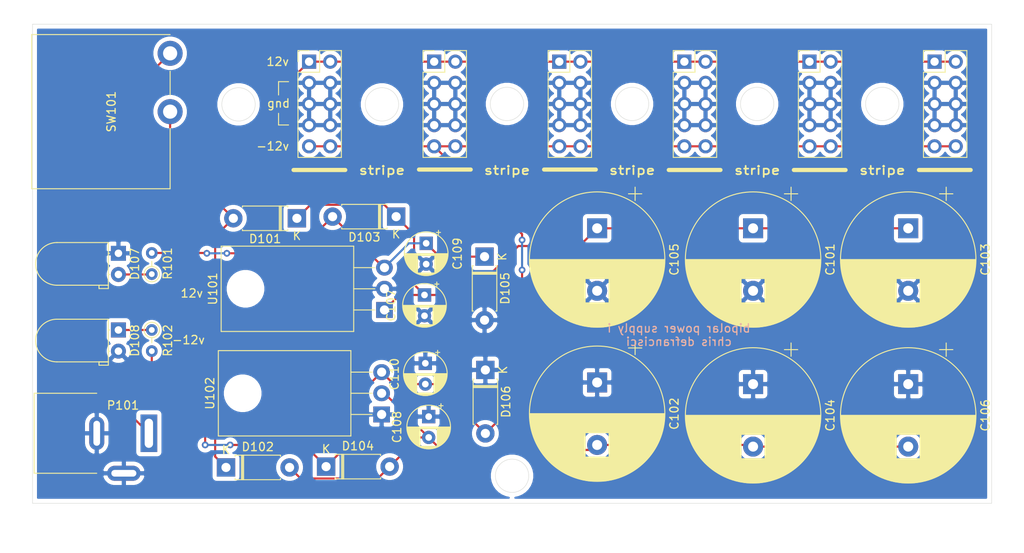
<source format=kicad_pcb>
(kicad_pcb (version 20171130) (host pcbnew "(5.1.7-0-10_14)")
  (layers (0 F.Cu signal) (31 B.Cu signal) (34 B.Paste user) (35 F.Paste user) (36 B.SilkS user) (37 F.SilkS user) (38 B.Mask user) (39 F.Mask user) (44 Edge.Cuts user))
  (net 0 "")
  (net 1 GNDREF)
  (net 2 +12V)
  (net 3 -12V)
  (net 4 "Net-(D101-Pad2)")
  (net 5 "Net-(P101-Pad1)")
  (net 6 "Net-(D107-Pad2)")
  (net 7 "Net-(D108-Pad1)")
  (net 8 /VI+)
  (net 9 /VI-)
  (module "Power Supply:RA1H1C112R" (layer F.Cu) (at 67.4 58 90)
    (fp_text reference SW101 (at 0 9.55 90) (layer F.SilkS))
    (fp_text value SW_SPST)
    (pad 2 thru_hole circle (at 0 16.6 90) (size 3 3) (drill 1.7) (layers *.Cu *.Mask) (net 4 "Net-(D101-Pad2)"))
    (pad 1 thru_hole circle (at 7 16.6 90) (size 3 3) (drill 1.7) (layers *.Cu *.Mask) (net 5 "Net-(P101-Pad1)"))
  )
  (module "Power Supply:KLDHCX-0202-B" (layer F.Cu) (at 67.7 101.4)
    (fp_text reference P101 (at 10.65 -8.15) (layer F.SilkS))
    (fp_text value Conn_WallPlug)
    (pad 2 thru_hole oval (at 10.75 0) (size 4 1.8) (drill oval 3 0.8) (layers *.Cu *.Mask) (net 1 GNDREF))
    (pad 2 thru_hole oval (at 7.5 -4.8) (size 1.8 4) (drill oval 0.8 3) (layers *.Cu *.Mask) (net 1 GNDREF))
    (pad 1 thru_hole rect (at 13.75 -4.8) (size 2 4.5) (drill oval 1 3.5) (layers *.Cu *.Mask) (net 5 "Net-(P101-Pad1)"))
  )
  (module Connector_PinHeader_2.54mm:PinHeader_2x05_P2.54mm_Vertical (layer F.Cu) (at 175.66 52)
    (fp_text reference J106 hide)
    (fp_text value Conn_02x05_Odd_Even)
    (pad 10 thru_hole oval (at 2.54 10.16) (size 1.7 1.7) (drill 1) (layers *.Cu *.Mask) (net 3 -12V))
    (pad 9 thru_hole oval (at 0 10.16) (size 1.7 1.7) (drill 1) (layers *.Cu *.Mask) (net 3 -12V))
    (pad 8 thru_hole oval (at 2.54 7.62) (size 1.7 1.7) (drill 1) (layers *.Cu *.Mask) (net 1 GNDREF))
    (pad 7 thru_hole oval (at 0 7.62) (size 1.7 1.7) (drill 1) (layers *.Cu *.Mask) (net 1 GNDREF))
    (pad 6 thru_hole oval (at 2.54 5.08) (size 1.7 1.7) (drill 1) (layers *.Cu *.Mask) (net 1 GNDREF))
    (pad 5 thru_hole oval (at 0 5.08) (size 1.7 1.7) (drill 1) (layers *.Cu *.Mask) (net 1 GNDREF))
    (pad 4 thru_hole oval (at 2.54 2.54) (size 1.7 1.7) (drill 1) (layers *.Cu *.Mask) (net 1 GNDREF))
    (pad 3 thru_hole oval (at 0 2.54) (size 1.7 1.7) (drill 1) (layers *.Cu *.Mask) (net 1 GNDREF))
    (pad 2 thru_hole oval (at 2.54 0) (size 1.7 1.7) (drill 1) (layers *.Cu *.Mask) (net 2 +12V))
    (pad 1 thru_hole rect (at 0 0) (size 1.7 1.7) (drill 1) (layers *.Cu *.Mask) (net 2 +12V))
  )
  (module Connector_PinHeader_2.54mm:PinHeader_2x05_P2.54mm_Vertical (layer F.Cu) (at 160.66 52)
    (fp_text reference J105 hide)
    (fp_text value Conn_02x05_Odd_Even)
    (pad 10 thru_hole oval (at 2.54 10.16) (size 1.7 1.7) (drill 1) (layers *.Cu *.Mask) (net 3 -12V))
    (pad 9 thru_hole oval (at 0 10.16) (size 1.7 1.7) (drill 1) (layers *.Cu *.Mask) (net 3 -12V))
    (pad 8 thru_hole oval (at 2.54 7.62) (size 1.7 1.7) (drill 1) (layers *.Cu *.Mask) (net 1 GNDREF))
    (pad 7 thru_hole oval (at 0 7.62) (size 1.7 1.7) (drill 1) (layers *.Cu *.Mask) (net 1 GNDREF))
    (pad 6 thru_hole oval (at 2.54 5.08) (size 1.7 1.7) (drill 1) (layers *.Cu *.Mask) (net 1 GNDREF))
    (pad 5 thru_hole oval (at 0 5.08) (size 1.7 1.7) (drill 1) (layers *.Cu *.Mask) (net 1 GNDREF))
    (pad 4 thru_hole oval (at 2.54 2.54) (size 1.7 1.7) (drill 1) (layers *.Cu *.Mask) (net 1 GNDREF))
    (pad 3 thru_hole oval (at 0 2.54) (size 1.7 1.7) (drill 1) (layers *.Cu *.Mask) (net 1 GNDREF))
    (pad 2 thru_hole oval (at 2.54 0) (size 1.7 1.7) (drill 1) (layers *.Cu *.Mask) (net 2 +12V))
    (pad 1 thru_hole rect (at 0 0) (size 1.7 1.7) (drill 1) (layers *.Cu *.Mask) (net 2 +12V))
  )
  (module Connector_PinHeader_2.54mm:PinHeader_2x05_P2.54mm_Vertical (layer F.Cu) (at 145.66 52)
    (fp_text reference J104 hide)
    (fp_text value Conn_02x05_Odd_Even)
    (pad 10 thru_hole oval (at 2.54 10.16) (size 1.7 1.7) (drill 1) (layers *.Cu *.Mask) (net 3 -12V))
    (pad 9 thru_hole oval (at 0 10.16) (size 1.7 1.7) (drill 1) (layers *.Cu *.Mask) (net 3 -12V))
    (pad 8 thru_hole oval (at 2.54 7.62) (size 1.7 1.7) (drill 1) (layers *.Cu *.Mask) (net 1 GNDREF))
    (pad 7 thru_hole oval (at 0 7.62) (size 1.7 1.7) (drill 1) (layers *.Cu *.Mask) (net 1 GNDREF))
    (pad 6 thru_hole oval (at 2.54 5.08) (size 1.7 1.7) (drill 1) (layers *.Cu *.Mask) (net 1 GNDREF))
    (pad 5 thru_hole oval (at 0 5.08) (size 1.7 1.7) (drill 1) (layers *.Cu *.Mask) (net 1 GNDREF))
    (pad 4 thru_hole oval (at 2.54 2.54) (size 1.7 1.7) (drill 1) (layers *.Cu *.Mask) (net 1 GNDREF))
    (pad 3 thru_hole oval (at 0 2.54) (size 1.7 1.7) (drill 1) (layers *.Cu *.Mask) (net 1 GNDREF))
    (pad 2 thru_hole oval (at 2.54 0) (size 1.7 1.7) (drill 1) (layers *.Cu *.Mask) (net 2 +12V))
    (pad 1 thru_hole rect (at 0 0) (size 1.7 1.7) (drill 1) (layers *.Cu *.Mask) (net 2 +12V))
  )
  (module Connector_PinHeader_2.54mm:PinHeader_2x05_P2.54mm_Vertical (layer F.Cu) (at 130.66 52)
    (fp_text reference J103 hide)
    (fp_text value Conn_02x05_Odd_Even)
    (pad 10 thru_hole oval (at 2.54 10.16) (size 1.7 1.7) (drill 1) (layers *.Cu *.Mask) (net 3 -12V))
    (pad 9 thru_hole oval (at 0 10.16) (size 1.7 1.7) (drill 1) (layers *.Cu *.Mask) (net 3 -12V))
    (pad 8 thru_hole oval (at 2.54 7.62) (size 1.7 1.7) (drill 1) (layers *.Cu *.Mask) (net 1 GNDREF))
    (pad 7 thru_hole oval (at 0 7.62) (size 1.7 1.7) (drill 1) (layers *.Cu *.Mask) (net 1 GNDREF))
    (pad 6 thru_hole oval (at 2.54 5.08) (size 1.7 1.7) (drill 1) (layers *.Cu *.Mask) (net 1 GNDREF))
    (pad 5 thru_hole oval (at 0 5.08) (size 1.7 1.7) (drill 1) (layers *.Cu *.Mask) (net 1 GNDREF))
    (pad 4 thru_hole oval (at 2.54 2.54) (size 1.7 1.7) (drill 1) (layers *.Cu *.Mask) (net 1 GNDREF))
    (pad 3 thru_hole oval (at 0 2.54) (size 1.7 1.7) (drill 1) (layers *.Cu *.Mask) (net 1 GNDREF))
    (pad 2 thru_hole oval (at 2.54 0) (size 1.7 1.7) (drill 1) (layers *.Cu *.Mask) (net 2 +12V))
    (pad 1 thru_hole rect (at 0 0) (size 1.7 1.7) (drill 1) (layers *.Cu *.Mask) (net 2 +12V))
  )
  (module Connector_PinHeader_2.54mm:PinHeader_2x05_P2.54mm_Vertical (layer F.Cu) (at 115.66 52)
    (fp_text reference J102 hide)
    (fp_text value Conn_02x05_Odd_Even)
    (pad 10 thru_hole oval (at 2.54 10.16) (size 1.7 1.7) (drill 1) (layers *.Cu *.Mask) (net 3 -12V))
    (pad 9 thru_hole oval (at 0 10.16) (size 1.7 1.7) (drill 1) (layers *.Cu *.Mask) (net 3 -12V))
    (pad 8 thru_hole oval (at 2.54 7.62) (size 1.7 1.7) (drill 1) (layers *.Cu *.Mask) (net 1 GNDREF))
    (pad 7 thru_hole oval (at 0 7.62) (size 1.7 1.7) (drill 1) (layers *.Cu *.Mask) (net 1 GNDREF))
    (pad 6 thru_hole oval (at 2.54 5.08) (size 1.7 1.7) (drill 1) (layers *.Cu *.Mask) (net 1 GNDREF))
    (pad 5 thru_hole oval (at 0 5.08) (size 1.7 1.7) (drill 1) (layers *.Cu *.Mask) (net 1 GNDREF))
    (pad 4 thru_hole oval (at 2.54 2.54) (size 1.7 1.7) (drill 1) (layers *.Cu *.Mask) (net 1 GNDREF))
    (pad 3 thru_hole oval (at 0 2.54) (size 1.7 1.7) (drill 1) (layers *.Cu *.Mask) (net 1 GNDREF))
    (pad 2 thru_hole oval (at 2.54 0) (size 1.7 1.7) (drill 1) (layers *.Cu *.Mask) (net 2 +12V))
    (pad 1 thru_hole rect (at 0 0) (size 1.7 1.7) (drill 1) (layers *.Cu *.Mask) (net 2 +12V))
  )
  (module Connector_PinHeader_2.54mm:PinHeader_2x05_P2.54mm_Vertical (layer F.Cu) (at 100.66 52)
    (fp_text reference J101 hide)
    (fp_text value Conn_02x05_Odd_Even)
    (pad 10 thru_hole oval (at 2.54 10.16) (size 1.7 1.7) (drill 1) (layers *.Cu *.Mask) (net 3 -12V))
    (pad 9 thru_hole oval (at 0 10.16) (size 1.7 1.7) (drill 1) (layers *.Cu *.Mask) (net 3 -12V))
    (pad 8 thru_hole oval (at 2.54 7.62) (size 1.7 1.7) (drill 1) (layers *.Cu *.Mask) (net 1 GNDREF))
    (pad 7 thru_hole oval (at 0 7.62) (size 1.7 1.7) (drill 1) (layers *.Cu *.Mask) (net 1 GNDREF))
    (pad 6 thru_hole oval (at 2.54 5.08) (size 1.7 1.7) (drill 1) (layers *.Cu *.Mask) (net 1 GNDREF))
    (pad 5 thru_hole oval (at 0 5.08) (size 1.7 1.7) (drill 1) (layers *.Cu *.Mask) (net 1 GNDREF))
    (pad 4 thru_hole oval (at 2.54 2.54) (size 1.7 1.7) (drill 1) (layers *.Cu *.Mask) (net 1 GNDREF))
    (pad 3 thru_hole oval (at 0 2.54) (size 1.7 1.7) (drill 1) (layers *.Cu *.Mask) (net 1 GNDREF))
    (pad 2 thru_hole oval (at 2.54 0) (size 1.7 1.7) (drill 1) (layers *.Cu *.Mask) (net 2 +12V))
    (pad 1 thru_hole rect (at 0 0) (size 1.7 1.7) (drill 1) (layers *.Cu *.Mask) (net 2 +12V))
  )
  (module Resistor_THT:R_Axial_DIN0204_L3.6mm_D1.6mm_P2.54mm_Vertical (layer F.Cu) (at 81.8 84.2 270)
    (fp_text reference R102 (at 1.27 -1.92 90) (layer F.SilkS))
    (fp_text value 2.4k)
    (pad 2 thru_hole oval (at 2.54 0 270) (size 1.4 1.4) (drill 0.7) (layers *.Cu *.Mask) (net 3 -12V))
    (pad 1 thru_hole circle (at 0 0 270) (size 1.4 1.4) (drill 0.7) (layers *.Cu *.Mask) (net 7 "Net-(D108-Pad1)"))
  )
  (module Resistor_THT:R_Axial_DIN0204_L3.6mm_D1.6mm_P2.54mm_Vertical (layer F.Cu) (at 81.8 77.5 90)
    (fp_text reference R101 (at 1.27 1.9 90) (layer F.SilkS))
    (fp_text value 2.4k)
    (pad 2 thru_hole oval (at 2.54 0 90) (size 1.4 1.4) (drill 0.7) (layers *.Cu *.Mask) (net 2 +12V))
    (pad 1 thru_hole circle (at 0 0 90) (size 1.4 1.4) (drill 0.7) (layers *.Cu *.Mask) (net 6 "Net-(D107-Pad2)"))
  )
  (module Package_TO_SOT_THT:TO-220-3_Horizontal_TabDown (layer F.Cu) (at 109.36 94.34 90)
    (fp_text reference U102 (at 2.54 -20.58 90) (layer F.SilkS))
    (fp_text value LM7912_TO220)
    (pad 3 thru_hole oval (at 5.08 0 90) (size 1.905 2) (drill 1.1) (layers *.Cu *.Mask) (net 3 -12V))
    (pad 2 thru_hole oval (at 2.54 0 90) (size 1.905 2) (drill 1.1) (layers *.Cu *.Mask) (net 9 /VI-))
    (pad 1 thru_hole rect (at 0 0 90) (size 1.905 2) (drill 1.1) (layers *.Cu *.Mask) (net 1 GNDREF))
    (pad "" np_thru_hole oval (at 2.54 -16.66 90) (size 3.5 3.5) (drill 3.5) (layers *.Cu *.Mask))
  )
  (module Package_TO_SOT_THT:TO-220-3_Horizontal_TabDown (layer F.Cu) (at 109.7 81.8 90)
    (fp_text reference U101 (at 2.54 -20.58 90) (layer F.SilkS))
    (fp_text value LM7812_TO220)
    (pad 3 thru_hole oval (at 5.08 0 90) (size 1.905 2) (drill 1.1) (layers *.Cu *.Mask) (net 2 +12V))
    (pad 2 thru_hole oval (at 2.54 0 90) (size 1.905 2) (drill 1.1) (layers *.Cu *.Mask) (net 1 GNDREF))
    (pad 1 thru_hole rect (at 0 0 90) (size 1.905 2) (drill 1.1) (layers *.Cu *.Mask) (net 8 /VI+))
    (pad "" np_thru_hole oval (at 2.54 -16.66 90) (size 3.5 3.5) (drill 3.5) (layers *.Cu *.Mask))
  )
  (module LED_THT:LED_D5.0mm_Horizontal_O1.27mm_Z3.0mm (layer F.Cu) (at 77.8 84.2 270)
    (fp_text reference D108 (at 1.27 -1.96 90) (layer F.SilkS))
    (fp_text value LED)
    (pad 2 thru_hole circle (at 2.54 0 270) (size 1.8 1.8) (drill 0.9) (layers *.Cu *.Mask) (net 1 GNDREF))
    (pad 1 thru_hole rect (at 0 0 270) (size 1.8 1.8) (drill 0.9) (layers *.Cu *.Mask) (net 7 "Net-(D108-Pad1)"))
  )
  (module LED_THT:LED_D5.0mm_Horizontal_O1.27mm_Z3.0mm (layer F.Cu) (at 77.8 75 270)
    (fp_text reference D107 (at 1.27 -1.96 90) (layer F.SilkS))
    (fp_text value LED)
    (pad 2 thru_hole circle (at 2.54 0 270) (size 1.8 1.8) (drill 0.9) (layers *.Cu *.Mask) (net 6 "Net-(D107-Pad2)"))
    (pad 1 thru_hole rect (at 0 0 270) (size 1.8 1.8) (drill 0.9) (layers *.Cu *.Mask) (net 1 GNDREF))
  )
  (module Diode_THT:D_DO-41_SOD81_P7.62mm_Horizontal (layer F.Cu) (at 121.8 89 270)
    (fp_text reference D106 (at 3.81 -2.47 90) (layer F.SilkS))
    (fp_text value 1N4004)
    (fp_text user K (at 0 -2.1 90) (layer F.SilkS))
    (pad 2 thru_hole oval (at 7.62 0 270) (size 2.2 2.2) (drill 1.1) (layers *.Cu *.Mask) (net 3 -12V))
    (pad 1 thru_hole rect (at 0 0 270) (size 2.2 2.2) (drill 1.1) (layers *.Cu *.Mask) (net 1 GNDREF))
  )
  (module Diode_THT:D_DO-41_SOD81_P7.62mm_Horizontal (layer F.Cu) (at 121.7 75.4 270)
    (fp_text reference D105 (at 3.81 -2.47 90) (layer F.SilkS))
    (fp_text value 1N4004)
    (fp_text user K (at 0 -2.1 90) (layer F.SilkS))
    (pad 2 thru_hole oval (at 7.62 0 270) (size 2.2 2.2) (drill 1.1) (layers *.Cu *.Mask) (net 1 GNDREF))
    (pad 1 thru_hole rect (at 0 0 270) (size 2.2 2.2) (drill 1.1) (layers *.Cu *.Mask) (net 2 +12V))
  )
  (module Diode_THT:D_DO-41_SOD81_P7.62mm_Horizontal (layer F.Cu) (at 102.7 100.6)
    (fp_text reference D104 (at 3.81 -2.47) (layer F.SilkS))
    (fp_text value 1N4004)
    (fp_text user K (at 0 -2.1) (layer F.SilkS))
    (pad 2 thru_hole oval (at 7.62 0) (size 2.2 2.2) (drill 1.1) (layers *.Cu *.Mask) (net 9 /VI-))
    (pad 1 thru_hole rect (at 0 0) (size 2.2 2.2) (drill 1.1) (layers *.Cu *.Mask) (net 3 -12V))
  )
  (module Diode_THT:D_DO-41_SOD81_P7.62mm_Horizontal (layer F.Cu) (at 111.1 70.6 180)
    (fp_text reference D103 (at 3.81 -2.47) (layer F.SilkS))
    (fp_text value 1N4004)
    (fp_text user K (at 0 -2.1) (layer F.SilkS))
    (pad 2 thru_hole oval (at 7.62 0 180) (size 2.2 2.2) (drill 1.1) (layers *.Cu *.Mask) (net 2 +12V))
    (pad 1 thru_hole rect (at 0 0 180) (size 2.2 2.2) (drill 1.1) (layers *.Cu *.Mask) (net 8 /VI+))
  )
  (module Diode_THT:D_DO-41_SOD81_P7.62mm_Horizontal (layer F.Cu) (at 90.7 100.7)
    (fp_text reference D102 (at 3.81 -2.47) (layer F.SilkS))
    (fp_text value 1N4004)
    (fp_text user K (at 0 -2.1) (layer F.SilkS))
    (pad 2 thru_hole oval (at 7.62 0) (size 2.2 2.2) (drill 1.1) (layers *.Cu *.Mask) (net 9 /VI-))
    (pad 1 thru_hole rect (at 0 0) (size 2.2 2.2) (drill 1.1) (layers *.Cu *.Mask) (net 4 "Net-(D101-Pad2)"))
  )
  (module Diode_THT:D_DO-41_SOD81_P7.62mm_Horizontal (layer F.Cu) (at 99.2 70.8 180)
    (fp_text reference D101 (at 3.81 -2.47) (layer F.SilkS))
    (fp_text value 1N4004)
    (fp_text user K (at 0 -2.1) (layer F.SilkS))
    (pad 2 thru_hole oval (at 7.62 0 180) (size 2.2 2.2) (drill 1.1) (layers *.Cu *.Mask) (net 4 "Net-(D101-Pad2)"))
    (pad 1 thru_hole rect (at 0 0 180) (size 2.2 2.2) (drill 1.1) (layers *.Cu *.Mask) (net 8 /VI+))
  )
  (module Capacitor_THT:CP_Radial_D5.0mm_P2.50mm (layer F.Cu) (at 114.6 88.2 270)
    (fp_text reference C110 (at 1.3 3.7 90) (layer F.SilkS))
    (fp_text value 1u)
    (pad 2 thru_hole circle (at 2.5 0 270) (size 1.6 1.6) (drill 0.8) (layers *.Cu *.Mask) (net 3 -12V))
    (pad 1 thru_hole rect (at 0 0 270) (size 1.6 1.6) (drill 0.8) (layers *.Cu *.Mask) (net 1 GNDREF))
  )
  (module Capacitor_THT:CP_Radial_D5.0mm_P2.50mm (layer F.Cu) (at 114.7 73.8 270)
    (fp_text reference C109 (at 1.25 -3.75 90) (layer F.SilkS))
    (fp_text value 1u)
    (pad 2 thru_hole circle (at 2.5 0 270) (size 1.6 1.6) (drill 0.8) (layers *.Cu *.Mask) (net 1 GNDREF))
    (pad 1 thru_hole rect (at 0 0 270) (size 1.6 1.6) (drill 0.8) (layers *.Cu *.Mask) (net 2 +12V))
  )
  (module Capacitor_THT:CP_Radial_D5.0mm_P2.50mm (layer F.Cu) (at 115 94.6 270)
    (fp_text reference C108 (at 1.25 3.8 90) (layer F.SilkS))
    (fp_text value 3300u)
    (pad 2 thru_hole circle (at 2.5 0 270) (size 1.6 1.6) (drill 0.8) (layers *.Cu *.Mask) (net 9 /VI-))
    (pad 1 thru_hole rect (at 0 0 270) (size 1.6 1.6) (drill 0.8) (layers *.Cu *.Mask) (net 1 GNDREF))
  )
  (module Capacitor_THT:CP_Radial_D5.0mm_P2.50mm (layer F.Cu) (at 114.5 80 270)
    (fp_text reference C107 (at 1.25 4 90) (layer F.SilkS))
    (fp_text value 1u)
    (pad 2 thru_hole circle (at 2.5 0 270) (size 1.6 1.6) (drill 0.8) (layers *.Cu *.Mask) (net 1 GNDREF))
    (pad 1 thru_hole rect (at 0 0 270) (size 1.6 1.6) (drill 0.8) (layers *.Cu *.Mask) (net 8 /VI+))
  )
  (module Capacitor_THT:CP_Radial_D16.0mm_P7.50mm (layer F.Cu) (at 172.5 90.7 270)
    (fp_text reference C106 (at 3.75 -9.25 90) (layer F.SilkS))
    (fp_text value 3300u)
    (pad 2 thru_hole circle (at 7.5 0 270) (size 2.4 2.4) (drill 1.2) (layers *.Cu *.Mask) (net 9 /VI-))
    (pad 1 thru_hole rect (at 0 0 270) (size 2.4 2.4) (drill 1.2) (layers *.Cu *.Mask) (net 1 GNDREF))
  )
  (module Capacitor_THT:CP_Radial_D16.0mm_P7.50mm (layer F.Cu) (at 135.2 72 270)
    (fp_text reference C105 (at 3.75 -9.25 90) (layer F.SilkS))
    (fp_text value 3300u)
    (pad 2 thru_hole circle (at 7.5 0 270) (size 2.4 2.4) (drill 1.2) (layers *.Cu *.Mask) (net 1 GNDREF))
    (pad 1 thru_hole rect (at 0 0 270) (size 2.4 2.4) (drill 1.2) (layers *.Cu *.Mask) (net 8 /VI+))
  )
  (module Capacitor_THT:CP_Radial_D16.0mm_P7.50mm (layer F.Cu) (at 153.9 90.7 270)
    (fp_text reference C104 (at 3.75 -9.25 90) (layer F.SilkS))
    (fp_text value 3300u)
    (pad 2 thru_hole circle (at 7.5 0 270) (size 2.4 2.4) (drill 1.2) (layers *.Cu *.Mask) (net 9 /VI-))
    (pad 1 thru_hole rect (at 0 0 270) (size 2.4 2.4) (drill 1.2) (layers *.Cu *.Mask) (net 1 GNDREF))
  )
  (module Capacitor_THT:CP_Radial_D16.0mm_P7.50mm (layer F.Cu) (at 172.5 72 270)
    (fp_text reference C103 (at 3.75 -9.25 90) (layer F.SilkS))
    (fp_text value 3300u)
    (pad 2 thru_hole circle (at 7.5 0 270) (size 2.4 2.4) (drill 1.2) (layers *.Cu *.Mask) (net 1 GNDREF))
    (pad 1 thru_hole rect (at 0 0 270) (size 2.4 2.4) (drill 1.2) (layers *.Cu *.Mask) (net 8 /VI+))
  )
  (module Capacitor_THT:CP_Radial_D16.0mm_P7.50mm (layer F.Cu) (at 135.2 90.5 270)
    (fp_text reference C102 (at 3.75 -9.25 90) (layer F.SilkS))
    (fp_text value 3300u)
    (pad 2 thru_hole circle (at 7.5 0 270) (size 2.4 2.4) (drill 1.2) (layers *.Cu *.Mask) (net 9 /VI-))
    (pad 1 thru_hole rect (at 0 0 270) (size 2.4 2.4) (drill 1.2) (layers *.Cu *.Mask) (net 1 GNDREF))
  )
  (module Capacitor_THT:CP_Radial_D16.0mm_P7.50mm (layer F.Cu) (at 153.9 72 270)
    (fp_text reference C101 (at 3.75 -9.25 90) (layer F.SilkS))
    (fp_text value 3300u)
    (pad 2 thru_hole circle (at 7.5 0 270) (size 2.4 2.4) (drill 1.2) (layers *.Cu *.Mask) (net 1 GNDREF))
    (pad 1 thru_hole rect (at 0 0 270) (size 2.4 2.4) (drill 1.2) (layers *.Cu *.Mask) (net 8 /VI+))
  )
  (gr_text -12v (at 86.2 85.4) (layer F.SilkS) (effects (font (size 1 1))))
  (gr_text 12v (at 86.6 79.8) (layer F.SilkS) (effects (font (size 1 1))))
  (gr_text "bipolar power supply i\nchris defrancisci" (at 145 84.8) (layer B.SilkS) (effects (font (size 1 1)) (justify mirror)))
  (gr_line (start 97 59.6) (end 98.2 59.6) (layer F.SilkS) (width 0.12))
  (gr_line (start 97 58.2) (end 97 59.6) (layer F.SilkS) (width 0.12))
  (gr_line (start 97 54.4) (end 98.2 54.4) (layer F.SilkS) (width 0.12))
  (gr_line (start 97 56) (end 97 54.4) (layer F.SilkS) (width 0.12))
  (gr_text 12v (at 96.9 52) (layer F.SilkS) (effects (font (size 1 1))))
  (gr_text gnd (at 97 57) (layer F.SilkS) (effects (font (size 1 1))))
  (gr_text -12v (at 96.3 62.15) (layer F.SilkS) (effects (font (size 1 1))))
  (gr_text stripe (at 169.4 65.05) (layer F.SilkS) (effects (font (size 1 1.3) (thickness 0.2))))
  (gr_text stripe (at 154.4 65.05) (layer F.SilkS) (effects (font (size 1 1.3) (thickness 0.2))))
  (gr_text stripe (at 139.4 65.05) (layer F.SilkS) (effects (font (size 1 1.3) (thickness 0.2))))
  (gr_text stripe (at 124.4 65.05) (layer F.SilkS) (effects (font (size 1 1.3) (thickness 0.2))))
  (gr_text stripe (at 109.4 65.05) (layer F.SilkS) (effects (font (size 1 1.3) (thickness 0.2))))
  (gr_line (start 173.79 65) (end 179.99 65) (layer F.SilkS) (width 0.5))
  (gr_line (start 158.79 65) (end 164.99 65) (layer F.SilkS) (width 0.5))
  (gr_line (start 143.79 65) (end 149.99 65) (layer F.SilkS) (width 0.5))
  (gr_line (start 128.84 64.95) (end 135.04 64.95) (layer F.SilkS) (width 0.5))
  (gr_line (start 113.84 64.95) (end 120.04 64.95) (layer F.SilkS) (width 0.5))
  (gr_line (start 98.8 65) (end 105 65) (layer F.SilkS) (width 0.5))
  (gr_circle (center 125 101.7) (end 127 101.7) (layer Edge.Cuts) (width 0.05))
  (gr_circle (center 92.2 57.125) (end 94.2 57.125) (layer Edge.Cuts) (width 0.05))
  (gr_circle (center 169.39 57.075) (end 171.39 57.075) (layer Edge.Cuts) (width 0.05))
  (gr_circle (center 154.39 57.075) (end 156.39 57.075) (layer Edge.Cuts) (width 0.05))
  (gr_circle (center 139.39 57.075) (end 141.39 57.075) (layer Edge.Cuts) (width 0.05))
  (gr_circle (center 124.39 57.075) (end 126.39 57.075) (layer Edge.Cuts) (width 0.05))
  (gr_circle (center 109.4 57.125) (end 111.4 57.125) (layer Edge.Cuts) (width 0.05))
  (gr_line (start 182.5 47.5) (end 67.5 47.5) (layer Edge.Cuts) (width 0.05))
  (gr_line (start 182.5 105) (end 182.5 47.5) (layer Edge.Cuts) (width 0.05))
  (gr_line (start 67.5 105) (end 182.5 105) (layer Edge.Cuts) (width 0.05))
  (gr_line (start 67.5 47.5) (end 67.5 105) (layer Edge.Cuts) (width 0.05))
  (segment (start 133.2 52) (end 145.66 52) (width 0.25) (layer F.Cu) (net 2))
  (segment (start 145.66 52) (end 148.2 52) (width 0.25) (layer F.Cu) (net 2))
  (segment (start 148.2 52) (end 160.66 52) (width 0.25) (layer F.Cu) (net 2))
  (segment (start 163.2 52) (end 160.66 52) (width 0.25) (layer F.Cu) (net 2))
  (segment (start 163.2 52) (end 175.66 52) (width 0.25) (layer F.Cu) (net 2))
  (segment (start 175.66 52) (end 178.2 52) (width 0.25) (layer F.Cu) (net 2))
  (segment (start 130.66 52) (end 118.2 52) (width 0.25) (layer F.Cu) (net 2))
  (segment (start 118.2 52) (end 115.66 52) (width 0.25) (layer F.Cu) (net 2))
  (segment (start 103.2 52) (end 115.66 52) (width 0.25) (layer F.Cu) (net 2))
  (segment (start 103.2 52) (end 100.66 52) (width 0.25) (layer F.Cu) (net 2))
  (segment (start 116.3 75.4) (end 114.7 73.8) (width 0.25) (layer F.Cu) (net 2))
  (segment (start 121.7 75.4) (end 116.3 75.4) (width 0.25) (layer F.Cu) (net 2))
  (segment (start 109.6 76.72) (end 109.7 76.72) (width 0.25) (layer F.Cu) (net 2))
  (segment (start 103.48 70.6) (end 109.6 76.72) (width 0.25) (layer F.Cu) (net 2))
  (segment (start 112.62 73.8) (end 109.7 76.72) (width 0.25) (layer B.Cu) (net 2))
  (segment (start 114.7 73.8) (end 112.62 73.8) (width 0.25) (layer B.Cu) (net 2))
  (segment (start 130.66 52) (end 133.2 52) (width 0.25) (layer F.Cu) (net 2))
  (via (at 88.4 74.999998) (size 0.8) (drill 0.4) (layers F.Cu B.Cu) (net 2))
  (segment (start 81.8 74.96) (end 88.360002 74.96) (width 0.25) (layer F.Cu) (net 2))
  (segment (start 88.360002 74.96) (end 88.4 74.999998) (width 0.25) (layer F.Cu) (net 2))
  (via (at 90.8 75) (size 0.8) (drill 0.4) (layers F.Cu B.Cu) (net 2))
  (segment (start 88.4 74.999998) (end 90.799998 74.999998) (width 0.25) (layer B.Cu) (net 2))
  (segment (start 90.799998 74.999998) (end 90.8 75) (width 0.25) (layer B.Cu) (net 2))
  (segment (start 95.6 75) (end 90.8 75) (width 0.25) (layer F.Cu) (net 2))
  (segment (start 103.48 70.6) (end 99.08 75) (width 0.25) (layer F.Cu) (net 2))
  (segment (start 100.66 52) (end 96 56.66) (width 0.25) (layer F.Cu) (net 2))
  (segment (start 96 74.6) (end 96 75) (width 0.25) (layer F.Cu) (net 2))
  (segment (start 96 75) (end 95.6 75) (width 0.25) (layer F.Cu) (net 2))
  (segment (start 99.08 75) (end 96 75) (width 0.25) (layer F.Cu) (net 2))
  (segment (start 96 56.66) (end 96 74.6) (width 0.25) (layer F.Cu) (net 2))
  (segment (start 96 74.6) (end 96 74.8) (width 0.25) (layer F.Cu) (net 2))
  (segment (start 100.66 62.16) (end 103.2 62.16) (width 0.25) (layer F.Cu) (net 3))
  (segment (start 103.2 62.16) (end 115.66 62.16) (width 0.25) (layer F.Cu) (net 3))
  (segment (start 118.2 62.16) (end 115.66 62.16) (width 0.25) (layer F.Cu) (net 3))
  (segment (start 118.2 62.16) (end 130.66 62.16) (width 0.25) (layer F.Cu) (net 3))
  (segment (start 130.66 62.16) (end 133.2 62.16) (width 0.25) (layer F.Cu) (net 3))
  (segment (start 145.66 62.16) (end 133.2 62.16) (width 0.25) (layer F.Cu) (net 3))
  (segment (start 148.2 62.16) (end 145.66 62.16) (width 0.25) (layer F.Cu) (net 3))
  (segment (start 148.2 62.16) (end 160.66 62.16) (width 0.25) (layer F.Cu) (net 3))
  (segment (start 160.66 62.16) (end 163.2 62.16) (width 0.25) (layer F.Cu) (net 3))
  (segment (start 175.66 62.16) (end 163.2 62.16) (width 0.25) (layer F.Cu) (net 3))
  (segment (start 178.2 62.16) (end 175.66 62.16) (width 0.25) (layer F.Cu) (net 3))
  (segment (start 109.36 89.26) (end 107.4 91.22) (width 0.25) (layer F.Cu) (net 3))
  (segment (start 107.4 95.9) (end 102.7 100.6) (width 0.25) (layer F.Cu) (net 3))
  (segment (start 107.4 91.22) (end 107.4 95.9) (width 0.25) (layer F.Cu) (net 3))
  (via (at 126.2 73.4) (size 0.8) (drill 0.4) (layers F.Cu B.Cu) (net 3))
  (segment (start 126.2 72.7) (end 126.2 73.4) (width 0.25) (layer F.Cu) (net 3))
  (segment (start 115.66 62.16) (end 126.2 72.7) (width 0.25) (layer F.Cu) (net 3))
  (via (at 126.2 77) (size 0.8) (drill 0.4) (layers F.Cu B.Cu) (net 3))
  (segment (start 126.2 73.4) (end 126.2 77) (width 0.25) (layer B.Cu) (net 3))
  (segment (start 126.2 92.22) (end 121.8 96.62) (width 0.25) (layer F.Cu) (net 3))
  (segment (start 126.2 77) (end 126.2 92.22) (width 0.25) (layer F.Cu) (net 3))
  (via (at 91.2 98) (size 0.8) (drill 0.4) (layers F.Cu B.Cu) (net 3))
  (segment (start 100.1 98) (end 91.2 98) (width 0.25) (layer F.Cu) (net 3))
  (segment (start 102.7 100.6) (end 100.1 98) (width 0.25) (layer F.Cu) (net 3))
  (via (at 88.2 98) (size 0.8) (drill 0.4) (layers F.Cu B.Cu) (net 3))
  (segment (start 91.2 98) (end 88.2 98) (width 0.25) (layer B.Cu) (net 3))
  (segment (start 88.2 98) (end 88.2 94.54) (width 0.25) (layer F.Cu) (net 3))
  (segment (start 81.8 86.74) (end 81.8 88.14) (width 0.25) (layer F.Cu) (net 3))
  (segment (start 81.8 88.14) (end 82.13 88.47) (width 0.25) (layer F.Cu) (net 3))
  (segment (start 82.13 88.47) (end 82 88.34) (width 0.25) (layer F.Cu) (net 3))
  (segment (start 88.2 94.54) (end 82.13 88.47) (width 0.25) (layer F.Cu) (net 3))
  (segment (start 115.88 90.7) (end 121.8 96.62) (width 0.25) (layer F.Cu) (net 3))
  (segment (start 114.6 90.7) (end 115.88 90.7) (width 0.25) (layer F.Cu) (net 3))
  (segment (start 110.8 90.7) (end 109.36 89.26) (width 0.25) (layer F.Cu) (net 3))
  (segment (start 114.6 90.7) (end 110.8 90.7) (width 0.25) (layer F.Cu) (net 3))
  (segment (start 91.58 70.8) (end 89.4 72.98) (width 0.25) (layer F.Cu) (net 4))
  (segment (start 89.4 99.4) (end 90.7 100.7) (width 0.25) (layer F.Cu) (net 4))
  (segment (start 89.4 72.98) (end 89.4 99.4) (width 0.25) (layer F.Cu) (net 4))
  (segment (start 84 63.22) (end 86.69 65.91) (width 0.25) (layer F.Cu) (net 4))
  (segment (start 86.69 65.91) (end 91.58 70.8) (width 0.25) (layer F.Cu) (net 4))
  (segment (start 84 58) (end 84 63.22) (width 0.25) (layer F.Cu) (net 4))
  (segment (start 86.58 65.8) (end 86.69 65.91) (width 0.25) (layer F.Cu) (net 4))
  (segment (start 71.2 86.35) (end 81.45 96.6) (width 0.25) (layer F.Cu) (net 5))
  (segment (start 71.2 63.8) (end 71.2 86.35) (width 0.25) (layer F.Cu) (net 5))
  (segment (start 84 51) (end 71.2 63.8) (width 0.25) (layer F.Cu) (net 5))
  (segment (start 81.76 77.54) (end 81.8 77.5) (width 0.25) (layer F.Cu) (net 6))
  (segment (start 77.8 77.54) (end 81.76 77.54) (width 0.25) (layer F.Cu) (net 6))
  (segment (start 81.8 84.2) (end 77.8 84.2) (width 0.25) (layer F.Cu) (net 7))
  (segment (start 172.5 72) (end 153.9 72) (width 0.25) (layer F.Cu) (net 8))
  (segment (start 153.9 72) (end 135.2 72) (width 0.25) (layer F.Cu) (net 8))
  (segment (start 109.674999 69.174999) (end 111.1 70.6) (width 0.25) (layer F.Cu) (net 8))
  (segment (start 100.825001 69.174999) (end 109.674999 69.174999) (width 0.25) (layer F.Cu) (net 8))
  (segment (start 99.2 70.8) (end 100.825001 69.174999) (width 0.25) (layer F.Cu) (net 8))
  (segment (start 119.885002 80) (end 114.5 80) (width 0.25) (layer F.Cu) (net 8))
  (segment (start 125.760001 74.125001) (end 119.885002 80) (width 0.25) (layer F.Cu) (net 8))
  (segment (start 133.074999 74.125001) (end 125.760001 74.125001) (width 0.25) (layer F.Cu) (net 8))
  (segment (start 135.2 72) (end 133.074999 74.125001) (width 0.25) (layer F.Cu) (net 8))
  (segment (start 114.5 80) (end 113.25 78.75) (width 0.25) (layer F.Cu) (net 8))
  (segment (start 113.25 78.75) (end 113.25 72.75) (width 0.25) (layer F.Cu) (net 8))
  (segment (start 113.25 72.75) (end 111.1 70.6) (width 0.25) (layer F.Cu) (net 8))
  (segment (start 111.5 80) (end 109.7 81.8) (width 0.25) (layer F.Cu) (net 8))
  (segment (start 114.5 80) (end 111.5 80) (width 0.25) (layer F.Cu) (net 8))
  (segment (start 153.7 98) (end 153.9 98.2) (width 0.25) (layer F.Cu) (net 9))
  (segment (start 135.2 98) (end 153.7 98) (width 0.25) (layer F.Cu) (net 9))
  (segment (start 172.5 98.2) (end 153.9 98.2) (width 0.25) (layer F.Cu) (net 9))
  (segment (start 99.645001 102.025001) (end 98.32 100.7) (width 0.25) (layer F.Cu) (net 9))
  (segment (start 108.894999 102.025001) (end 99.645001 102.025001) (width 0.25) (layer F.Cu) (net 9))
  (segment (start 110.32 100.6) (end 108.894999 102.025001) (width 0.25) (layer F.Cu) (net 9))
  (segment (start 116.5 98.6) (end 115 97.1) (width 0.25) (layer F.Cu) (net 9))
  (segment (start 134.6 98.6) (end 116.5 98.6) (width 0.25) (layer F.Cu) (net 9))
  (segment (start 135.2 98) (end 134.6 98.6) (width 0.25) (layer F.Cu) (net 9))
  (segment (start 113.82 97.1) (end 110.32 100.6) (width 0.25) (layer F.Cu) (net 9))
  (segment (start 115 97.1) (end 113.82 97.1) (width 0.25) (layer F.Cu) (net 9))
  (segment (start 109.7 91.8) (end 109.36 91.8) (width 0.25) (layer F.Cu) (net 9))
  (segment (start 115 97.1) (end 109.7 91.8) (width 0.25) (layer F.Cu) (net 9))
  (zone (net 1) (net_name GNDREF) (layer B.Cu) (connect_pads (clearance 0.508)) (min_thickness 0.254) (fill yes (arc_segments 32) (thermal_gap 0.508) (thermal_bridge_width 0.508))
    (polygon (pts (xy 185.6 111) (xy 63.6 110.2) (xy 64.6 45.8) (xy 186.4 44.6)))
  )
)
</source>
